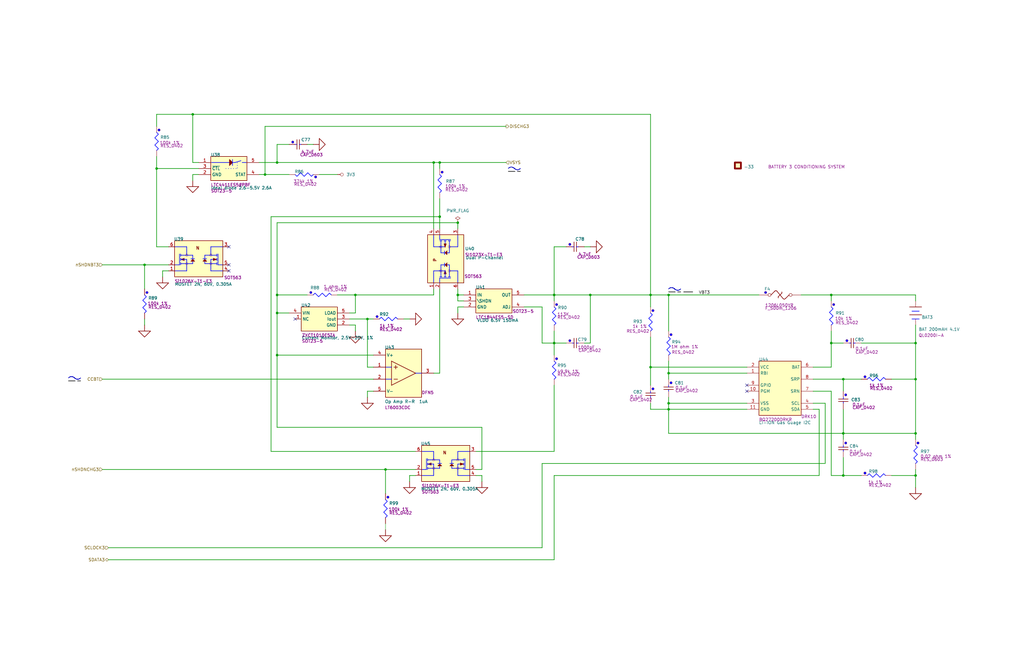
<source format=kicad_sch>
(kicad_sch (version 20231120) (generator "eeschema") (generator_version "8.0")
  (paper "B")
  (title_block (rev "-"))
  (junction (at 81.28 48.26))
  (junction (at 281.94 172.72))
  (junction (at 248.92 124.46))
  (junction (at 233.68 124.46))
  (junction (at 386.08 144.78))
  (junction (at 185.42 91.44))
  (junction (at 355.6 182.88))
  (junction (at 281.94 170.18))
  (junction (at 116.84 68.58))
  (junction (at 350.52 144.78))
  (junction (at 162.56 198.12))
  (junction (at 355.6 200.66))
  (junction (at 116.84 149.86))
  (junction (at 233.68 144.78))
  (junction (at 193.04 93.98))
  (junction (at 116.84 132.08))
  (junction (at 111.76 73.66))
  (junction (at 66.04 71.12))
  (junction (at 182.88 68.58))
  (junction (at 149.86 124.46))
  (junction (at 60.96 111.76))
  (junction (at 386.08 160.02))
  (junction (at 281.94 124.46))
  (junction (at 274.32 124.46))
  (junction (at 185.42 68.58))
  (junction (at 355.6 160.02))
  (junction (at 386.08 182.88))
  (junction (at 386.08 200.66))
  (junction (at 281.94 157.48))
  (junction (at 350.52 124.46))
  (junction (at 274.32 154.94))
  (junction (at 154.94 134.62))
  (junction (at 116.84 124.46))
  (junction (at 193.04 124.46))
  (no_connect (at 124.46 134.62))
  (no_connect (at 96.52 104.14))
  (no_connect (at 96.52 111.76))
  (no_connect (at 314.96 165.1))
  (no_connect (at 314.96 162.56))
  (no_connect (at 96.52 114.3))
  (wire (pts (xy 342.9 170.18) (xy 347.98 170.18)) (stroke (width 0.254)))
  (wire (pts (xy 345.44 172.72) (xy 345.44 200.66)) (stroke (width 0.254)))
  (wire (pts (xy 233.68 124.46) (xy 233.68 104.14)) (stroke (width 0.254)))
  (wire (pts (xy 274.32 129.54) (xy 274.32 124.46)) (stroke (width 0.254)))
  (polyline (pts (xy 32.512 160.02) (xy 32.6129 160.0325)) (stroke (width 0.254) (type solid)))
  (wire (pts (xy 203.2 200.66) (xy 200.66 200.66)) (stroke (width 0.254)))
  (polyline (pts (xy 216.1104 70.5877) (xy 216.1978 70.6192)) (stroke (width 0.254) (type solid)))
  (wire (pts (xy 350.52 154.94) (xy 350.52 144.78)) (stroke (width 0.254)))
  (polyline (pts (xy 215.7259 70.5058) (xy 215.8268 70.5183)) (stroke (width 0.254) (type solid)))
  (polyline (pts (xy 33.8556 159.5861) (xy 33.9747 159.4743)) (stroke (width 0.254) (type solid)))
  (polyline (pts (xy 282.059 121.8083) (xy 282.1778 121.7108)) (stroke (width 0.254) (type solid)))
  (polyline (pts (xy 216.6859 70.8854) (xy 216.7351 70.9215)) (stroke (width 0.254) (type solid)))
  (wire (pts (xy 142.24 73.66) (xy 134.62 73.66)) (stroke (width 0.254)))
  (wire (pts (xy 274.32 172.72) (xy 274.32 170.18)) (stroke (width 0.254)))
  (polyline (pts (xy 31.3465 159.3959) (xy 31.3776 159.4223)) (stroke (width 0.254) (type solid)))
  (wire (pts (xy 355.6 193.04) (xy 355.6 200.66)) (stroke (width 0.254)))
  (polyline (pts (xy 33.1545 159.983) (xy 33.2686 159.9459)) (stroke (width 0.254) (type solid)))
  (wire (pts (xy 233.68 144.78) (xy 238.76 144.78)) (stroke (width 0.254)))
  (wire (pts (xy 121.92 60.96) (xy 116.84 60.96)) (stroke (width 0.254)))
  (polyline (pts (xy 216.9078 71.0676) (xy 216.9187 71.0779)) (stroke (width 0.254) (type solid)))
  (polyline (pts (xy 217.373 71.3988) (xy 217.4478 71.4373)) (stroke (width 0.254) (type solid)))
  (polyline (pts (xy 285.2737 122.3963) (xy 285.3648 122.4241)) (stroke (width 0.254) (type solid)))
  (wire (pts (xy 342.9 165.1) (xy 350.52 165.1)) (stroke (width 0.254)))
  (polyline (pts (xy 217.4478 71.4373) (xy 217.5271 71.4742)) (stroke (width 0.254) (type solid)))
  (polyline (pts (xy 283.5951 121.416) (xy 283.6862 121.4438)) (stroke (width 0.254) (type solid)))
  (wire (pts (xy 355.6 160.02) (xy 355.6 165.1)) (stroke (width 0.254)))
  (wire (pts (xy 154.94 134.62) (xy 157.48 134.62)) (stroke (width 0.254)))
  (polyline (pts (xy 31.768 159.7301) (xy 31.8333 159.7698)) (stroke (width 0.254) (type solid)))
  (wire (pts (xy 111.76 73.66) (xy 109.22 73.66)) (stroke (width 0.254)))
  (wire (pts (xy 147.32 132.08) (xy 149.86 132.08)) (stroke (width 0.254)))
  (polyline (pts (xy 219.088 71.3573) (xy 219.2063 71.2732)) (stroke (width 0.254) (type solid)))
  (wire (pts (xy 281.94 157.48) (xy 281.94 160.02)) (stroke (width 0.254)))
  (polyline (pts (xy 215.6223 70.4999) (xy 215.7259 70.5058)) (stroke (width 0.254) (type solid)))
  (wire (pts (xy 347.98 170.18) (xy 347.98 195.58)) (stroke (width 0.254)))
  (polyline (pts (xy 33.6185 159.7677) (xy 33.7368 159.6836)) (stroke (width 0.254) (type solid)))
  (polyline (pts (xy 217.2375 71.3197) (xy 217.3028 71.3594)) (stroke (width 0.254) (type solid)))
  (polyline (pts (xy 285.6582 122.4782) (xy 285.7618 122.4841)) (stroke (width 0.254) (type solid)))
  (polyline (pts (xy 214.3642 72.3339) (xy 219.4442 72.3339)) (stroke (width 0.254) (type dash) (color 0 0 0 1)))
  (polyline (pts (xy 214.602 70.8547) (xy 214.7203 70.7706)) (stroke (width 0.254) (type solid)))
  (wire (pts (xy 149.86 124.46) (xy 142.24 124.46)) (stroke (width 0.254)))
  (wire (pts (xy 281.94 139.7) (xy 281.94 124.46)) (stroke (width 0.254)))
  (wire (pts (xy 193.04 124.46) (xy 193.04 127)) (stroke (width 0.254)))
  (wire (pts (xy 386.08 124.46) (xy 386.08 127)) (stroke (width 0.254)))
  (wire (pts (xy 185.42 68.58) (xy 213.36 68.58)) (stroke (width 0.254)))
  (polyline (pts (xy 216.8717 71.0336) (xy 216.8896 71.05)) (stroke (width 0.254) (type solid)))
  (wire (pts (xy 66.04 53.34) (xy 66.04 48.26)) (stroke (width 0.254)))
  (polyline (pts (xy 214.7203 70.7706) (xy 214.8379 70.6993)) (stroke (width 0.254) (type solid)))
  (wire (pts (xy 386.08 200.66) (xy 375.92 200.66)) (stroke (width 0.254)))
  (wire (pts (xy 185.42 68.58) (xy 182.88 68.58)) (stroke (width 0.254)))
  (polyline (pts (xy 284.537 121.9721) (xy 284.5681 121.9985)) (stroke (width 0.254) (type solid)))
  (polyline (pts (xy 216.4353 70.7291) (xy 216.5055 70.7685)) (stroke (width 0.254) (type solid)))
  (polyline (pts (xy 283.9363 121.5467) (xy 284.0111 121.5852)) (stroke (width 0.254) (type solid)))
  (polyline (pts (xy 215.4075 70.5104) (xy 215.516 70.5012)) (stroke (width 0.254) (type solid)))
  (wire (pts (xy 182.88 68.58) (xy 182.88 96.52)) (stroke (width 0.254)))
  (polyline (pts (xy 216.2812 70.6537) (xy 216.3605 70.6906)) (stroke (width 0.254) (type solid)))
  (polyline (pts (xy 32.8228 160.0371) (xy 32.9313 160.0279)) (stroke (width 0.254) (type solid)))
  (polyline (pts (xy 218.2923 71.6267) (xy 218.4008 71.6175)) (stroke (width 0.254) (type solid)))
  (wire (pts (xy 116.84 180.34) (xy 203.2 180.34)) (stroke (width 0.254)))
  (wire (pts (xy 386.08 198.12) (xy 386.08 200.66)) (stroke (width 0.254)))
  (wire (pts (xy 386.08 200.66) (xy 386.08 205.74)) (stroke (width 0.254)))
  (wire (pts (xy 375.92 160.02) (xy 386.08 160.02)) (stroke (width 0.254)))
  (wire (pts (xy 193.04 93.98) (xy 116.84 93.98)) (stroke (width 0.254)))
  (polyline (pts (xy 30.0465 158.9116) (xy 30.1528 158.9103)) (stroke (width 0.254) (type solid)))
  (polyline (pts (xy 215.2968 70.5282) (xy 215.4075 70.5104)) (stroke (width 0.254) (type solid)))
  (wire (pts (xy 281.94 170.18) (xy 281.94 172.72)) (stroke (width 0.254)))
  (polyline (pts (xy 31.2656 159.3319) (xy 31.3091 159.3655)) (stroke (width 0.254) (type solid)))
  (polyline (pts (xy 216.7351 70.9215) (xy 216.7786 70.9551)) (stroke (width 0.254) (type solid)))
  (polyline (pts (xy 30.2564 158.9162) (xy 30.3573 158.9287)) (stroke (width 0.254) (type solid)))
  (wire (pts (xy 193.04 132.08) (xy 193.04 129.54)) (stroke (width 0.254)))
  (wire (pts (xy 350.52 124.46) (xy 386.08 124.46)) (stroke (width 0.254)))
  (wire (pts (xy 248.92 104.14) (xy 246.38 104.14)) (stroke (width 0.254)))
  (wire (pts (xy 193.04 127) (xy 195.58 127)) (stroke (width 0.254)))
  (wire (pts (xy 154.94 154.94) (xy 154.94 134.62)) (stroke (width 0.254)))
  (wire (pts (xy 233.68 190.5) (xy 233.68 162.56)) (stroke (width 0.254)))
  (polyline (pts (xy 31.4492 159.4883) (xy 31.4671 159.5047)) (stroke (width 0.254) (type solid)))
  (polyline (pts (xy 31.4022 159.444) (xy 31.4201 159.4604)) (stroke (width 0.254) (type solid)))
  (wire (pts (xy 314.96 154.94) (xy 274.32 154.94)) (stroke (width 0.254)))
  (wire (pts (xy 114.3 190.5) (xy 175.26 190.5)) (stroke (width 0.254)))
  (polyline (pts (xy 281.94 123.19) (xy 287.02 123.19)) (stroke (width 0.254) (type dash) (color 0 0 0 1)))
  (polyline (pts (xy 216.5708 70.8082) (xy 216.631 70.8473)) (stroke (width 0.254) (type solid)))
  (wire (pts (xy 66.04 66.04) (xy 66.04 71.12)) (stroke (width 0.254)))
  (wire (pts (xy 185.42 91.44) (xy 114.3 91.44)) (stroke (width 0.254)))
  (wire (pts (xy 149.86 132.08) (xy 149.86 124.46)) (stroke (width 0.254)))
  (wire (pts (xy 83.82 68.58) (xy 81.28 68.58)) (stroke (width 0.254)))
  (polyline (pts (xy 31.9035 159.8092) (xy 31.9783 159.8477)) (stroke (width 0.254) (type solid)))
  (polyline (pts (xy 286.7821 122.1293) (xy 286.9009 122.0318)) (stroke (width 0.254) (type solid)))
  (polyline (pts (xy 216.8896 71.05) (xy 216.9005 71.0603)) (stroke (width 0.254) (type solid)))
  (polyline (pts (xy 286.4295 122.3439) (xy 286.5462 122.2847)) (stroke (width 0.254) (type solid)))
  (polyline (pts (xy 282.9833 121.3665) (xy 283.0918 121.3573)) (stroke (width 0.254) (type solid)))
  (polyline (pts (xy 283.7736 121.4753) (xy 283.857 121.5098)) (stroke (width 0.254) (type solid)))
  (polyline (pts (xy 218.9704 71.4286) (xy 219.088 71.3573)) (stroke (width 0.254) (type solid)))
  (polyline (pts (xy 30.3573 158.9287) (xy 30.4552 158.9469)) (stroke (width 0.254) (type solid)))
  (polyline (pts (xy 29.0137 159.3626) (xy 29.1325 159.2651)) (stroke (width 0.254) (type solid)))
  (polyline (pts (xy 284.4945 121.934) (xy 284.5124 121.9504)) (stroke (width 0.254) (type solid)))
  (polyline (pts (xy 30.891 159.101) (xy 30.9658 159.1395)) (stroke (width 0.254) (type solid)))
  (wire (pts (xy 314.96 172.72) (xy 281.94 172.72)) (stroke (width 0.254)))
  (polyline (pts (xy 29.3684 159.1097) (xy 29.4851 159.0505)) (stroke (width 0.254) (type solid)))
  (polyline (pts (xy 285.8681 122.4828) (xy 285.9766 122.4736)) (stroke (width 0.254) (type solid)))
  (polyline (pts (xy 30.1528 158.9103) (xy 30.2564 158.9162)) (stroke (width 0.254) (type solid)))
  (wire (pts (xy 182.88 124.46) (xy 182.88 121.92)) (stroke (width 0.254)))
  (polyline (pts (xy 215.1843 70.5553) (xy 215.2968 70.5282)) (stroke (width 0.254) (type solid)))
  (polyline (pts (xy 285.1863 122.3648) (xy 285.2737 122.3963)) (stroke (width 0.254) (type solid)))
  (polyline (pts (xy 284.3918 121.8416) (xy 284.4229 121.868)) (stroke (width 0.254) (type solid)))
  (polyline (pts (xy 282.2961 121.6267) (xy 282.4137 121.5554)) (stroke (width 0.254) (type solid)))
  (polyline (pts (xy 31.431 159.4707) (xy 31.4347 159.4743)) (stroke (width 0.254) (type solid)))
  (polyline (pts (xy 31.036 159.1789) (xy 31.1013 159.2186)) (stroke (width 0.254) (type solid)))
  (polyline (pts (xy 284.5124 121.9504) (xy 284.537 121.9721)) (stroke (width 0.254) (type solid)))
  (wire (pts (xy 281.94 152.4) (xy 281.94 157.48)) (stroke (width 0.254)))
  (wire (pts (xy 350.52 165.1) (xy 350.52 200.66)) (stroke (width 0.254)))
  (polyline (pts (xy 30.6409 158.9981) (xy 30.7283 159.0296)) (stroke (width 0.254) (type solid)))
  (wire (pts (xy 149.86 124.46) (xy 182.88 124.46)) (stroke (width 0.254)))
  (polyline (pts (xy 285.1029 122.3303) (xy 285.1863 122.3648)) (stroke (width 0.254) (type solid)))
  (wire (pts (xy 386.08 137.16) (xy 386.08 144.78)) (stroke (width 0.254)))
  (polyline (pts (xy 214.4832 70.9522) (xy 214.602 70.8547)) (stroke (width 0.254) (type solid)))
  (wire (pts (xy 149.86 137.16) (xy 149.86 139.7)) (stroke (width 0.254)))
  (wire (pts (xy 71.12 111.76) (xy 60.96 111.76)) (stroke (width 0.254)))
  (polyline (pts (xy 282.4137 121.5554) (xy 282.5304 121.4962)) (stroke (width 0.254) (type solid)))
  (polyline (pts (xy 32.7165 160.0384) (xy 32.8228 160.0371)) (stroke (width 0.254) (type solid)))
  (wire (pts (xy 355.6 172.72) (xy 355.6 182.88)) (stroke (width 0.254)))
  (wire (pts (xy 342.9 154.94) (xy 350.52 154.94)) (stroke (width 0.254)))
  (polyline (pts (xy 284.1466 121.6643) (xy 284.2068 121.7034)) (stroke (width 0.254) (type solid)))
  (wire (pts (xy 386.08 182.88) (xy 386.08 185.42)) (stroke (width 0.254)))
  (wire (pts (xy 162.56 223.52) (xy 162.56 220.98)))
  (wire (pts (xy 193.04 96.52) (xy 193.04 93.98)) (stroke (width 0.254)))
  (wire (pts (xy 116.84 132.08) (xy 116.84 149.86)) (stroke (width 0.254)))
  (polyline (pts (xy 30.5498 158.9703) (xy 30.6409 158.9981)) (stroke (width 0.254) (type solid)))
  (polyline (pts (xy 31.4383 159.478) (xy 31.4492 159.4883)) (stroke (width 0.254) (type solid)))
  (wire (pts (xy 116.84 149.86) (xy 157.48 149.86)) (stroke (width 0.254)))
  (polyline (pts (xy 31.4671 159.5047) (xy 31.4917 159.5264)) (stroke (width 0.254) (type solid)))
  (polyline (pts (xy 31.4917 159.5264) (xy 31.5228 159.5528)) (stroke (width 0.254) (type solid)))
  (polyline (pts (xy 217.3028 71.3594) (xy 217.373 71.3988)) (stroke (width 0.254) (type solid)))
  (polyline (pts (xy 216.9187 71.0779) (xy 216.9366 71.0943)) (stroke (width 0.254) (type solid)))
  (polyline (pts (xy 32.141 159.9191) (xy 32.2284 159.9506)) (stroke (width 0.254) (type solid)))
  (polyline (pts (xy 218.4008 71.6175) (xy 218.5115 71.5997)) (stroke (width 0.254) (type solid)))
  (wire (pts (xy 185.42 157.48) (xy 185.42 121.92)) (stroke (width 0.254)))
  (polyline (pts (xy 32.0576 159.8846) (xy 32.141 159.9191)) (stroke (width 0.254) (type solid)))
  (wire (pts (xy 386.08 144.78) (xy 386.08 160.02)) (stroke (width 0.254)))
  (polyline (pts (xy 285.3648 122.4241) (xy 285.4594 122.4475)) (stroke (width 0.254) (type solid)))
  (polyline (pts (xy 31.3776 159.4223) (xy 31.4022 159.444)) (stroke (width 0.254) (type solid)))
  (polyline (pts (xy 284.649 122.0625) (xy 284.6982 122.0986)) (stroke (width 0.254) (type solid)))
  (wire (pts (xy 342.9 160.02) (xy 355.6 160.02)) (stroke (width 0.254)))
  (polyline (pts (xy 32.4141 160.0018) (xy 32.512 160.02)) (stroke (width 0.254) (type solid)))
  (polyline (pts (xy 284.4475 121.8897) (xy 284.4654 121.9061)) (stroke (width 0.254) (type solid)))
  (wire (pts (xy 111.76 53.34) (xy 213.36 53.34)) (stroke (width 0.254)))
  (wire (pts (xy 363.22 144.78) (xy 386.08 144.78)) (stroke (width 0.254)))
  (wire (pts (xy 246.38 144.78) (xy 248.92 144.78)) (stroke (width 0.254)))
  (wire (pts (xy 355.6 182.88) (xy 355.6 185.42)) (stroke (width 0.254)))
  (polyline (pts (xy 219.2063 71.2732) (xy 219.3251 71.1757)) (stroke (width 0.254) (type solid)))
  (polyline (pts (xy 286.0873 122.4558) (xy 286.1998 122.4287)) (stroke (width 0.254) (type solid)))
  (polyline (pts (xy 286.9009 122.0318) (xy 287.02 121.92)) (stroke (width 0.254) (type solid)))
  (wire (pts (xy 233.68 200.66) (xy 233.68 236.22)) (stroke (width 0.254)))
  (polyline (pts (xy 282.5304 121.4962) (xy 282.646 121.4485)) (stroke (width 0.254) (type solid)))
  (polyline (pts (xy 216.7786 70.9551) (xy 216.816 70.9855)) (stroke (width 0.254) (type solid)))
  (polyline (pts (xy 216.9366 71.0943) (xy 216.9612 71.116)) (stroke (width 0.254) (type solid)))
  (polyline (pts (xy 30.8117 159.0641) (xy 30.891 159.101)) (stroke (width 0.254) (type solid)))
  (polyline (pts (xy 218.624 71.5726) (xy 218.7381 71.5355)) (stroke (width 0.254) (type solid)))
  (polyline (pts (xy 31.8333 159.7698) (xy 31.9035 159.8092)) (stroke (width 0.254) (type solid)))
  (polyline (pts (xy 31.5228 159.5528) (xy 31.5602 159.5832)) (stroke (width 0.254) (type solid)))
  (wire (pts (xy 172.72 203.2) (xy 172.72 200.66)) (stroke (width 0.254)))
  (wire (pts (xy 342.9 172.72) (xy 345.44 172.72)) (stroke (width 0.254)))
  (polyline (pts (xy 31.4201 159.4604) (xy 31.431 159.4707)) (stroke (width 0.254) (type solid)))
  (wire (pts (xy 81.28 76.2) (xy 81.28 73.66)) (stroke (width 0.254)))
  (wire (pts (xy 172.72 200.66) (xy 175.26 200.66)) (stroke (width 0.254)))
  (wire (pts (xy 185.42 68.58) (xy 185.42 71.12)) (stroke (width 0.254)))
  (polyline (pts (xy 29.4851 159.0505) (xy 29.6007 159.0028)) (stroke (width 0.254) (type solid)))
  (polyline (pts (xy 214.9546 70.6401) (xy 215.0702 70.5924)) (stroke (width 0.254) (type solid)))
  (polyline (pts (xy 284.8133 122.1758) (xy 284.8786 122.2155)) (stroke (width 0.254) (type solid)))
  (polyline (pts (xy 216.816 70.9855) (xy 216.8471 71.0119)) (stroke (width 0.254) (type solid)))
  (polyline (pts (xy 33.042 160.0101) (xy 33.1545 159.983)) (stroke (width 0.254) (type solid)))
  (polyline (pts (xy 218.5115 71.5997) (xy 218.624 71.5726)) (stroke (width 0.254) (type solid)))
  (polyline (pts (xy 31.6037 159.6168) (xy 31.6529 159.6529)) (stroke (width 0.254) (type solid)))
  (polyline (pts (xy 283.4026 121.3744) (xy 283.5005 121.3926)) (stroke (width 0.254) (type solid)))
  (wire (pts (xy 274.32 142.24) (xy 274.32 154.94)) (stroke (width 0.254)))
  (wire (pts (xy 281.94 157.48) (xy 314.96 157.48)) (stroke (width 0.254)))
  (polyline (pts (xy 283.1981 121.356) (xy 283.3017 121.3619)) (stroke (width 0.254) (type solid)))
  (wire (pts (xy 355.6 200.66) (xy 363.22 200.66)) (stroke (width 0.254)))
  (wire (pts (xy 281.94 172.72) (xy 281.94 182.88)) (stroke (width 0.254)))
  (wire (pts (xy 203.2 180.34) (xy 203.2 198.12)) (stroke (width 0.254)))
  (wire (pts (xy 182.88 68.58) (xy 116.84 68.58)) (stroke (width 0.254)))
  (wire (pts (xy 281.94 124.46) (xy 320.04 124.46)) (stroke (width 0.254)))
  (wire (pts (xy 162.56 198.12) (xy 162.56 208.28)) (stroke (width 0.254)))
  (wire (pts (xy 83.82 71.12) (xy 66.04 71.12)) (stroke (width 0.254)))
  (wire (pts (xy 386.08 160.02) (xy 386.08 182.88)) (stroke (width 0.254)))
  (polyline (pts (xy 32.3195 159.9784) (xy 32.4141 160.0018)) (stroke (width 0.254) (type solid)))
  (polyline (pts (xy 284.6982 122.0986) (xy 284.7531 122.1367)) (stroke (width 0.254) (type solid)))
  (polyline (pts (xy 29.8273 158.9386) (xy 29.938 158.9208)) (stroke (width 0.254) (type solid)))
  (wire (pts (xy 162.56 198.12) (xy 175.26 198.12)) (stroke (width 0.254)))
  (wire (pts (xy 60.96 121.92) (xy 60.96 111.76)) (stroke (width 0.254)))
  (wire (pts (xy 66.04 71.12) (xy 66.04 104.14)) (stroke (width 0.254)))
  (wire (pts (xy 111.76 73.66) (xy 111.76 53.34)) (stroke (width 0.254)))
  (wire (pts (xy 182.88 157.48) (xy 185.42 157.48)) (stroke (width 0.254)))
  (wire (pts (xy 228.6 231.14) (xy 45.72 231.14)) (stroke (width 0.254)))
  (polyline (pts (xy 285.5573 122.4657) (xy 285.6582 122.4782)) (stroke (width 0.254) (type solid)))
  (polyline (pts (xy 284.6055 122.0289) (xy 284.649 122.0625)) (stroke (width 0.254) (type solid)))
  (polyline (pts (xy 282.1778 121.7108) (xy 282.2961 121.6267)) (stroke (width 0.254) (type solid)))
  (wire (pts (xy 274.32 124.46) (xy 281.94 124.46)) (stroke (width 0.254)))
  (polyline (pts (xy 283.857 121.5098) (xy 283.9363 121.5467)) (stroke (width 0.254) (type solid)))
  (polyline (pts (xy 219.3251 71.1757) (xy 219.4442 71.0639)) (stroke (width 0.254) (type solid)))
  (wire (pts (xy 220.98 129.54) (xy 228.6 129.54)) (stroke (width 0.254)))
  (polyline (pts (xy 284.2068 121.7034) (xy 284.2617 121.7415)) (stroke (width 0.254) (type solid)))
  (polyline (pts (xy 31.4347 159.4743) (xy 31.4383 159.478)) (stroke (width 0.254) (type solid)))
  (wire (pts (xy 81.28 68.58) (xy 81.28 48.26)) (stroke (width 0.254)))
  (polyline (pts (xy 217.5271 71.4742) (xy 217.6105 71.5087)) (stroke (width 0.254) (type solid)))
  (polyline (pts (xy 284.4836 121.9237) (xy 284.4945 121.934)) (stroke (width 0.254) (type solid)))
  (polyline (pts (xy 284.48 121.92) (xy 284.4836 121.9237)) (stroke (width 0.254) (type solid)))
  (wire (pts (xy 157.48 165.1) (xy 154.94 165.1)) (stroke (width 0.254)))
  (wire (pts (xy 274.32 154.94) (xy 274.32 162.56)) (stroke (width 0.254)))
  (polyline (pts (xy 284.4763 121.9164) (xy 284.48 121.92)) (stroke (width 0.254) (type solid)))
  (polyline (pts (xy 214.3642 71.0639) (xy 214.4832 70.9522)) (stroke (width 0.254) (type solid)))
  (polyline (pts (xy 216.9005 71.0603) (xy 216.9042 71.0639)) (stroke (width 0.254) (type solid)))
  (polyline (pts (xy 217.9815 71.6096) (xy 218.0824 71.6221)) (stroke (width 0.254) (type solid)))
  (polyline (pts (xy 284.5681 121.9985) (xy 284.6055 122.0289)) (stroke (width 0.254) (type solid)))
  (wire (pts (xy 116.84 149.86) (xy 116.84 180.34)) (stroke (width 0.254)))
  (wire (pts (xy 355.6 144.78) (xy 350.52 144.78)) (stroke (width 0.254)))
  (polyline (pts (xy 284.3544 121.8112) (xy 284.3918 121.8416)) (stroke (width 0.254) (type solid)))
  (wire (pts (xy 147.32 137.16) (xy 149.86 137.16)) (stroke (width 0.254)))
  (polyline (pts (xy 217.789 71.568) (xy 217.8836 71.5914)) (stroke (width 0.254) (type solid)))
  (wire (pts (xy 193.04 124.46) (xy 195.58 124.46)) (stroke (width 0.254)))
  (polyline (pts (xy 214.8379 70.6993) (xy 214.9546 70.6401)) (stroke (width 0.254) (type solid)))
  (polyline (pts (xy 32.2284 159.9506) (xy 32.3195 159.9784)) (stroke (width 0.254) (type solid)))
  (polyline (pts (xy 286.1998 122.4287) (xy 286.3139 122.3916)) (stroke (width 0.254) (type solid)))
  (polyline (pts (xy 217.1224 71.2425) (xy 217.1773 71.2806)) (stroke (width 0.254) (type solid)))
  (polyline (pts (xy 29.6007 159.0028) (xy 29.7148 158.9657)) (stroke (width 0.254) (type solid)))
  (polyline (pts (xy 28.8947 160.7443) (xy 33.9747 160.7443)) (stroke (width 0.254) (type dash) (color 0 0 0 1)))
  (wire (pts (xy 172.72 134.62) (xy 170.18 134.62)) (stroke (width 0.254)))
  (wire (pts (xy 281.94 182.88) (xy 355.6 182.88)) (stroke (width 0.254)))
  (wire (pts (xy 274.32 124.46) (xy 248.92 124.46)) (stroke (width 0.254)))
  (wire (pts (xy 116.84 60.96) (xy 116.84 68.58)) (stroke (width 0.254)))
  (polyline (pts (xy 286.5462 122.2847) (xy 286.6638 122.2134)) (stroke (width 0.254) (type solid)))
  (polyline (pts (xy 31.7078 159.691) (xy 31.768 159.7301)) (stroke (width 0.254) (type solid)))
  (polyline (pts (xy 216.0193 70.5599) (xy 216.1104 70.5877)) (stroke (width 0.254) (type solid)))
  (wire (pts (xy 274.32 48.26) (xy 274.32 124.46)) (stroke (width 0.254)))
  (wire (pts (xy 281.94 170.18) (xy 314.96 170.18)) (stroke (width 0.254)))
  (polyline (pts (xy 31.2164 159.2958) (xy 31.2656 159.3319)) (stroke (width 0.254) (type solid)))
  (polyline (pts (xy 31.3091 159.3655) (xy 31.3465 159.3959)) (stroke (width 0.254) (type solid)))
  (wire (pts (xy 228.6 129.54) (xy 228.6 144.78)) (stroke (width 0.254)))
  (polyline (pts (xy 282.7601 121.4114) (xy 282.8726 121.3843)) (stroke (width 0.254) (type solid)))
  (polyline (pts (xy 217.0297 71.1728) (xy 217.0732 71.2064)) (stroke (width 0.254) (type solid)))
  (wire (pts (xy 114.3 91.44) (xy 114.3 190.5)) (stroke (width 0.254)))
  (polyline (pts (xy 32.6129 160.0325) (xy 32.7165 160.0384)) (stroke (width 0.254) (type solid)))
  (wire (pts (xy 116.84 68.58) (xy 109.22 68.58)) (stroke (width 0.254)))
  (polyline (pts (xy 215.8268 70.5183) (xy 215.9247 70.5365)) (stroke (width 0.254) (type solid)))
  (polyline (pts (xy 33.7368 159.6836) (xy 33.8556 159.5861)) (stroke (width 0.254) (type solid)))
  (wire (pts (xy 233.68 139.7) (xy 233.68 144.78)) (stroke (width 0.254)))
  (polyline (pts (xy 286.6638 122.2134) (xy 286.7821 122.1293)) (stroke (width 0.254) (type solid)))
  (polyline (pts (xy 286.3139 122.3916) (xy 286.4295 122.3439)) (stroke (width 0.254) (type solid)))
  (wire (pts (xy 355.6 182.88) (xy 386.08 182.88)) (stroke (width 0.254)))
  (polyline (pts (xy 218.7381 71.5355) (xy 218.8537 71.4878)) (stroke (width 0.254) (type solid)))
  (polyline (pts (xy 30.7283 159.0296) (xy 30.8117 159.0641)) (stroke (width 0.254) (type solid)))
  (wire (pts (xy 185.42 83.82) (xy 185.42 91.44)) (stroke (width 0.254)))
  (polyline (pts (xy 285.9766 122.4736) (xy 286.0873 122.4558)) (stroke (width 0.254) (type solid)))
  (polyline (pts (xy 31.5602 159.5832) (xy 31.6037 159.6168)) (stroke (width 0.254) (type solid)))
  (polyline (pts (xy 30.4552 158.9469) (xy 30.5498 158.9703)) (stroke (width 0.254) (type solid)))
  (wire (pts (xy 233.68 104.14) (xy 238.76 104.14)) (stroke (width 0.254)))
  (polyline (pts (xy 283.5005 121.3926) (xy 283.5951 121.416)) (stroke (width 0.254) (type solid)))
  (wire (pts (xy 43.18 111.76) (xy 60.96 111.76)) (stroke (width 0.254)))
  (polyline (pts (xy 217.6979 71.5402) (xy 217.789 71.568)) (stroke (width 0.254) (type solid)))
  (polyline (pts (xy 283.0918 121.3573) (xy 283.1981 121.356)) (stroke (width 0.254) (type solid)))
  (polyline (pts (xy 284.0813 121.6246) (xy 284.1466 121.6643)) (stroke (width 0.254) (type solid)))
  (wire (pts (xy 68.58 114.3) (xy 71.12 114.3)) (stroke (width 0.254)))
  (polyline (pts (xy 33.2686 159.9459) (xy 33.3842 159.8982)) (stroke (width 0.254) (type solid)))
  (wire (pts (xy 281.94 172.72) (xy 274.32 172.72)) (stroke (width 0.254)))
  (polyline (pts (xy 28.8947 159.4743) (xy 29.0137 159.3626)) (stroke (width 0.254) (type solid)))
  (polyline (pts (xy 282.8726 121.3843) (xy 282.9833 121.3665)) (stroke (width 0.254) (type solid)))
  (polyline (pts (xy 216.5055 70.7685) (xy 216.5708 70.8082)) (stroke (width 0.254) (type solid)))
  (wire (pts (xy 248.92 124.46) (xy 233.68 124.46)) (stroke (width 0.254)))
  (polyline (pts (xy 29.938 158.9208) (xy 30.0465 158.9116)) (stroke (width 0.254) (type solid)))
  (polyline (pts (xy 33.3842 159.8982) (xy 33.5009 159.839)) (stroke (width 0.254) (type solid)))
  (wire (pts (xy 66.04 48.26) (xy 81.28 48.26)) (stroke (width 0.254)))
  (wire (pts (xy 132.08 60.96) (xy 129.54 60.96)) (stroke (width 0.254)))
  (polyline (pts (xy 217.6105 71.5087) (xy 217.6979 71.5402)) (stroke (width 0.254) (type solid)))
  (polyline (pts (xy 215.0702 70.5924) (xy 215.1843 70.5553)) (stroke (width 0.254) (type solid)))
  (polyline (pts (xy 216.9042 71.0639) (xy 216.9078 71.0676)) (stroke (width 0.254) (type solid)))
  (wire (pts (xy 116.84 124.46) (xy 129.54 124.46)) (stroke (width 0.254)))
  (polyline (pts (xy 282.646 121.4485) (xy 282.7601 121.4114)) (stroke (width 0.254) (type solid)))
  (polyline (pts (xy 284.9488 122.2549) (xy 285.0236 122.2934)) (stroke (width 0.254) (type solid)))
  (polyline (pts (xy 218.8537 71.4878) (xy 218.9704 71.4286)) (stroke (width 0.254) (type solid)))
  (polyline (pts (xy 283.6862 121.4438) (xy 283.7736 121.4753)) (stroke (width 0.254) (type solid)))
  (polyline (pts (xy 216.9923 71.1424) (xy 217.0297 71.1728)) (stroke (width 0.254) (type solid)))
  (polyline (pts (xy 32.9313 160.0279) (xy 33.042 160.0101)) (stroke (width 0.254) (type solid)))
  (wire (pts (xy 66.04 104.14) (xy 71.12 104.14)) (stroke (width 0.254)))
  (polyline (pts (xy 218.0824 71.6221) (xy 218.186 71.628)) (stroke (width 0.254) (type solid)))
  (wire (pts (xy 116.84 124.46) (xy 116.84 132.08)) (stroke (width 0.254)))
  (wire (pts (xy 43.18 198.12) (xy 162.56 198.12)) (stroke (width 0.254)))
  (wire (pts (xy 154.94 165.1) (xy 154.94 167.64)) (stroke (width 0.254)))
  (wire (pts (xy 337.82 124.46) (xy 350.52 124.46)) (stroke (width 0.254)))
  (wire (pts (xy 60.96 137.16) (xy 60.96 134.62)) (stroke (width 0.254)))
  (polyline (pts (xy 218.186 71.628) (xy 218.2923 71.6267)) (stroke (width 0.254) (type solid)))
  (polyline (pts (xy 29.2508 159.181) (xy 29.3684 159.1097)) (stroke (width 0.254) (type solid)))
  (polyline (pts (xy 217.8836 71.5914) (xy 217.9815 71.6096)) (stroke (width 0.254) (type solid)))
  (wire (pts (xy 116.84 132.08) (xy 121.92 132.08)) (stroke (width 0.254)))
  (wire (pts (xy 68.58 116.84) (xy 68.58 114.3)) (stroke (width 0.254)))
  (polyline (pts (xy 216.8471 71.0119) (xy 216.8717 71.0336)) (stroke (width 0.254) (type solid)))
  (wire (pts (xy 233.68 236.22) (xy 45.72 236.22)) (stroke (width 0.254)))
  (wire (pts (xy 233.68 144.78) (xy 233.68 149.86)) (stroke (width 0.254)))
  (polyline (pts (xy 216.9612 71.116) (xy 216.9923 71.1424)) (stroke (width 0.254) (type solid)))
  (wire (pts (xy 350.52 200.66) (xy 355.6 200.66)) (stroke (width 0.254)))
  (polyline (pts (xy 217.1773 71.2806) (xy 217.2375 71.3197)) (stroke (width 0.254) (type solid)))
  (wire (pts (xy 347.98 195.58) (xy 228.6 195.58)) (stroke (width 0.254)))
  (polyline (pts (xy 283.3017 121.3619) (xy 283.4026 121.3744)) (stroke (width 0.254) (type solid)))
  (wire (pts (xy 193.04 121.92) (xy 193.04 124.46)) (stroke (width 0.254)))
  (polyline (pts (xy 285.7618 122.4841) (xy 285.8681 122.4828)) (stroke (width 0.254) (type solid)))
  (polyline (pts (xy 29.1325 159.2651) (xy 29.2508 159.181)) (stroke (width 0.254) (type solid)))
  (polyline (pts (xy 33.5009 159.839) (xy 33.6185 159.7677)) (stroke (width 0.254) (type solid)))
  (polyline (pts (xy 31.1013 159.2186) (xy 31.1615 159.2577)) (stroke (width 0.254) (type solid)))
  (polyline (pts (xy 31.6529 159.6529) (xy 31.7078 159.691)) (stroke (width 0.254) (type solid)))
  (polyline (pts (xy 284.8786 122.2155) (xy 284.9488 122.2549)) (stroke (width 0.254) (type solid)))
  (wire (pts (xy 281.94 167.64) (xy 281.94 170.18)) (stroke (width 0.254)))
  (polyline (pts (xy 284.4654 121.9061) (xy 284.4763 121.9164)) (stroke (width 0.254) (type solid)))
  (wire (pts (xy 81.28 73.66) (xy 83.82 73.66)) (stroke (width 0.254)))
  (polyline (pts (xy 216.3605 70.6906) (xy 216.4353 70.7291)) (stroke (width 0.254) (type solid)))
  (wire (pts (xy 233.68 124.46) (xy 220.98 124.46)) (stroke (width 0.254)))
  (polyline (pts (xy 284.0111 121.5852) (xy 284.0813 121.6246)) (stroke (width 0.254) (type solid)))
  (polyline (pts (xy 284.7531 122.1367) (xy 284.8133 122.1758)) (stroke (width 0.254) (type solid)))
  (polyline (pts (xy 284.3109 121.7776) (xy 284.3544 121.8112)) (stroke (width 0.254) (type solid)))
  (wire (pts (xy 43.18 160.02) (xy 157.48 160.02)) (stroke (width 0.254)))
  (polyline (pts (xy 217.0732 71.2064) (xy 217.1224 71.2425)) (stroke (width 0.254) (type solid)))
  (wire (pts (xy 350.52 144.78) (xy 350.52 139.7)) (stroke (width 0.254)))
  (wire (pts (xy 355.6 160.02) (xy 363.22 160.02)) (stroke (width 0.254)))
  (polyline (pts (xy 29.7148 158.9657) (xy 29.8273 158.9386)) (stroke (width 0.254) (type solid)))
  (polyline (pts (xy 215.516 70.5012) (xy 215.6223 70.4999)) (stroke (width 0.254) (type solid)))
  (polyline (pts (xy 216.631 70.8473) (xy 216.6859 70.8854)) (stroke (width 0.254) (type solid)))
  (polyline (pts (xy 215.9247 70.5365) (xy 216.0193 70.5599)) (stroke (width 0.254) (type solid)))
  (polyline (pts (xy 216.1978 70.6192) (xy 216.2812 70.6537)) (stroke (width 0.254) (type solid)))
  (wire (pts (xy 203.2 203.2) (xy 203.2 200.66)) (stroke (width 0.254)))
  (wire (pts (xy 228.6 195.58) (xy 228.6 231.14)) (stroke (width 0.254)))
  (wire (pts (xy 233.68 127) (xy 233.68 124.46)) (stroke (width 0.254)))
  (polyline (pts (xy 284.4229 121.868) (xy 284.4475 121.8897)) (stroke (width 0.254) (type solid)))
  (wire (pts (xy 200.66 190.5) (xy 233.68 190.5)) (stroke (width 0.254)))
  (wire (pts (xy 203.2 198.12) (xy 200.66 198.12)) (stroke (width 0.254)))
  (polyline (pts (xy 284.2617 121.7415) (xy 284.3109 121.7776)) (stroke (width 0.254) (type solid)))
  (wire (pts (xy 81.28 48.26) (xy 274.32 48.26)) (stroke (width 0.254)))
  (polyline (pts (xy 30.9658 159.1395) (xy 31.036 159.1789)) (stroke (width 0.254) (type solid)))
  (wire (pts (xy 248.92 144.78) (xy 248.92 124.46)) (stroke (width 0.254)))
  (wire (pts (xy 345.44 200.66) (xy 233.68 200.66)) (stroke (width 0.254)))
  (wire (pts (xy 228.6 144.78) (xy 233.68 144.78)) (stroke (width 0.254)))
  (wire (pts (xy 116.84 93.98) (xy 116.84 124.46)) (stroke (width 0.254)))
  (polyline (pts (xy 285.0236 122.2934) (xy 285.1029 122.3303)) (stroke (width 0.254) (type solid)))
  (polyline (pts (xy 31.1615 159.2577) (xy 31.2164 159.2958)) (stroke (width 0.254) (type solid)))
  (wire (pts (xy 350.52 127) (xy 350.52 124.46)) (stroke (width 0.254)))
  (polyline (pts (xy 281.94 121.92) (xy 282.059 121.8083)) (stroke (width 0.254) (type solid)))
  (wire (pts (xy 121.92 73.66) (xy 111.76 73.66)) (stroke (width 0.254)))
  (polyline (pts (xy 31.9783 159.8477) (xy 32.0576 159.8846)) (stroke (width 0.254) (type solid)))
  (wire (pts (xy 154.94 134.62) (xy 147.32 134.62)) (stroke (width 0.254)))
  (wire (pts (xy 185.42 91.44) (xy 185.42 96.52)) (stroke (width 0.254)))
  (wire (pts (xy 157.48 154.94) (xy 154.94 154.94)) (stroke (width 0.254)))
  (wire (pts (xy 193.04 129.54) (xy 195.58 129.54)) (stroke (width 0.254)))
  (polyline (pts (xy 288.29 123.19) (xy 292.1 123.19)) (stroke (width 0.254) (type solid) (color 0 0 0 1)))
  (polyline (pts (xy 285.4594 122.4475) (xy 285.5573 122.4657)) (stroke (width 0.254) (type solid)))
  (label "VBT3" (at 294.64 124.46 0))
  (hierarchical_label "DISCHG3" (shape output) (at 213.36 53.34 0))
  (hierarchical_label "nSHDNBT3" (shape input) (at 43.18 111.76 180))
  (hierarchical_label "nSHDNCHG3" (shape input) (at 43.18 198.12 180))
  (hierarchical_label "VSYS" (shape input) (at 213.36 68.58 0))
  (hierarchical_label "SDATA3" (shape bidirectional) (at 45.72 236.22 180))
  (hierarchical_label "SCLOCK3" (shape input) (at 45.72 231.14 180))
  (hierarchical_label "CCBT" (shape input) (at 43.18 160.02 180))
  (symbol (lib_id "NNPS:root_0_GRM155R71C104KA88D") (at 355.6 144.78 0) (unit 1)
    (property "Reference" "C80" (at 360.426 144.018 0) (effects (justify left bottom)))
    (property "Value" "C_100n_X7R_16_0402_10%" (effects (hide yes)))
    (property "Footprint" "NNPS:CAP_0402" (effects (hide yes)))
    (property "MFR" "Murata" (effects (hide yes)))
    (property "PACKAGEDESCRIPTION" "CAP_0402" (at 360.68 149.352 0) (effects (justify left bottom)))
    (property "SUPPLIER 1" "Digi-Key" (effects (hide yes)))
    (property "SUPPLIER PART NUMBER 1" "490-3261-2-ND" (effects (hide yes)))
    (property "ALTIUM_VALUE" "0.1uF" (at 360.68 147.828 0) (effects (justify left bottom)))
    (property "MPN" "GRM155R71C104KA88D" (effects (hide yes)))
    (property "SBI" "53-0040-1" (effects (hide yes)))
  )
  (symbol (lib_id "NNPS:root_3_GRM155R71C104KA88D") (at 355.6 165.1 0) (unit 1)
    (property "Reference" "C83" (at 358.902 169.418 0) (effects (justify left bottom)))
    (property "Value" "C_100n_X7R_16_0402_10%" (effects (hide yes)))
    (property "Footprint" "NNPS:CAP_0402" (effects (hide yes)))
    (property "MFR" "Murata" (effects (hide yes)))
    (property "PACKAGEDESCRIPTION" "CAP_0402" (at 359.41 172.72 0) (effects (justify left bottom)))
    (property "SUPPLIER 1" "Digi-Key" (effects (hide yes)))
    (property "SUPPLIER PART NUMBER 1" "490-3261-2-ND" (effects (hide yes)))
    (property "ALTIUM_VALUE" "0.1uF" (at 359.41 171.45 0) (effects (justify left bottom)))
    (property "MPN" "GRM155R71C104KA88D" (effects (hide yes)))
    (property "SBI" "53-0040-1" (effects (hide yes)))
  )
  (symbol (lib_id "NNPS:root_3_GRM155R71C104KA88D") (at 355.6 185.42 0) (unit 1)
    (property "Reference" "C84" (at 358.14 188.976 0) (effects (justify left bottom)))
    (property "Value" "C_100n_X7R_16_0402_10%" (effects (hide yes)))
    (property "Footprint" "NNPS:CAP_0402" (effects (hide yes)))
    (property "MFR" "Murata" (effects (hide yes)))
    (property "PACKAGEDESCRIPTION" "CAP_0402" (at 358.14 192.532 0) (effects (justify left bottom)))
    (property "SUPPLIER 1" "Digi-Key" (effects (hide yes)))
    (property "SUPPLIER PART NUMBER 1" "490-3261-2-ND" (effects (hide yes)))
    (property "ALTIUM_VALUE" "0.1uF" (at 358.14 191.262 0) (effects (justify left bottom)))
    (property "MPN" "GRM155R71C104KA88D" (effects (hide yes)))
    (property "SBI" "53-0040-1" (effects (hide yes)))
  )
  (symbol (lib_id "NNPS:GND") (at 172.72 134.62 90) (unit 1)
    (property "Reference" "#PWR?" (effects (hide yes)))
    (property "Value" "GND" (effects (hide yes)))
  )
  (symbol (lib_id "NNPS:root_2_CRCW0402374KFKED") (at 134.62 73.66 0) (unit 1)
    (property "Reference" "R86" (at 124.206 73.152 0) (effects (justify left bottom)))
    (property "Value" "R_374k_0402" (effects (hide yes)))
    (property "Footprint" "NNPS:RES_0402" (effects (hide yes)))
    (property "MFR" "Vishay Dale" (effects (hide yes)))
    (property "PACKAGEDESCRIPTION" "RES_0402" (at 123.952 78.486 0) (effects (justify left bottom)))
    (property "SUPPLIER 1" "Digi-Key" (effects (hide yes)))
    (property "SUPPLIER PART NUMBER 1" "541-374KLDKR-ND" (effects (hide yes)))
    (property "MPN" "CRCW0402374KFKED" (effects (hide yes)))
    (property "ALTIUM_VALUE" "374k 1%" (at 123.698 77.216 0) (effects (justify left bottom)))
    (property "SBI" "53-0049-25" (effects (hide yes)))
  )
  (symbol (lib_id "NNPS:PWR_FLAG") (at 193.04 93.98 0) (unit 1)
    (property "Reference" "#FLG014" (effects (hide yes)))
    (property "Value" "PWR_FLAG" (at 193.04 88.9 0))
  )
  (symbol (lib_id "NNPS:GND") (at 154.94 167.64 0) (unit 1)
    (property "Reference" "#PWR?" (effects (hide yes)))
    (property "Value" "GND" (effects (hide yes)))
  )
  (symbol (lib_id "NNPS:root_0_LMK107BJ475KA-T") (at 121.92 60.96 0) (unit 1)
    (property "Reference" "C77" (at 127 59.69 0) (effects (justify left bottom)))
    (property "Value" "C_4u7_X5R_10_0603_10%" (effects (hide yes)))
    (property "Footprint" "NNPS:CAP_0603" (effects (hide yes)))
    (property "MFR" "Murata Electronics North America" (effects (hide yes)))
    (property "PACKAGEDESCRIPTION" "CAP_0603" (at 126.492 66.04 0) (effects (justify left bottom)))
    (property "SUPPLIER 1" "Digi-Key" (effects (hide yes)))
    (property "SUPPLIER PART NUMBER 1" "490-11988-6-ND" (effects (hide yes)))
    (property "ALTIUM_VALUE" "4.7uF" (at 127 64.77 0) (effects (justify left bottom)))
    (property "MPN" "GRM185R61A475KE11D" (effects (hide yes)))
    (property "SBI" "53-0076" (effects (hide yes)))
  )
  (symbol (lib_id "NNPS:GND") (at 60.96 137.16 0) (unit 1)
    (property "Reference" "#PWR?" (effects (hide yes)))
    (property "Value" "GND" (effects (hide yes)))
  )
  (symbol (lib_id "NNPS:GND") (at 132.08 60.96 90) (unit 1)
    (property "Reference" "#PWR?" (effects (hide yes)))
    (property "Value" "GND" (effects (hide yes)))
  )
  (symbol (lib_id "NNPS:GND") (at 81.28 76.2 0) (unit 1)
    (property "Reference" "#PWR?" (effects (hide yes)))
    (property "Value" "GND" (effects (hide yes)))
  )
  (symbol (lib_id "NNPS:GND") (at 248.92 104.14 90) (unit 1)
    (property "Reference" "#PWR?" (effects (hide yes)))
    (property "Value" "GND" (effects (hide yes)))
  )
  (symbol (lib_id "NNPS:GND") (at 203.2 203.2 0) (unit 1)
    (property "Reference" "#PWR?" (effects (hide yes)))
    (property "Value" "GND" (effects (hide yes)))
  )
  (symbol (lib_id "NNPS:root_3_QL0200I-A") (at 388.62 129.54 0) (unit 1)
    (property "Reference" "BAT3" (at 388.62 134.62 0) (effects (justify left bottom)))
    (property "Value" "BAT 200mAH 4.1V" (at 387.35 139.7 0) (effects (justify left bottom)))
    (property "Footprint" "NNPS:QL0200I-A" (effects (hide yes)))
    (property "MFR" "Quallion" (effects (hide yes)))
    (property "ALTIUM_VALUE" "200mAH 4.1V" (effects (hide yes)))
    (property "SUPPLIER 1" "Quallion" (effects (hide yes)))
    (property "SUPPLIER PART NUMBER 1" "QL0200I-A" (effects (hide yes)))
    (property "MPN" "QL0200I-A" (at 387.35 142.24 0) (effects (justify left bottom)))
  )
  (symbol (lib_id "NNPS:GND") (at 68.58 116.84 0) (unit 1)
    (property "Reference" "#PWR?" (effects (hide yes)))
    (property "Value" "GND" (effects (hide yes)))
  )
  (symbol (lib_id "NNPS:root_0_LT6003CDC") (at 162.56 147.32 0) (unit 1)
    (property "Reference" "U43" (at 162.306 147.32 0) (effects (justify left bottom)))
    (property "Value" "Op Amp R-R  1uA" (at 162.306 170.18 0) (effects (justify left bottom)))
    (property "Footprint" "NNPS:DFN4" (effects (hide yes)))
    (property "PACKAGEDESCRIPTION" "DFN5" (at 177.8 166.37 0) (effects (justify left bottom)))
    (property "MFR" "Linear Technology" (effects (hide yes)))
    (property "SUPPLIER 1" "Digi-Key" (effects (hide yes)))
    (property "SUPPLIER PART NUMBER 1" "LT6003CDC#TRMPBFDKR-ND" (effects (hide yes)))
    (property "MPN" "LT6003CDC" (at 162.306 172.72 0) (effects (justify left bottom)))
    (property "SBI" "54-0105" (effects (hide yes)))
  )
  (symbol (lib_id "NNPS:GND") (at 149.86 139.7 0) (unit 1)
    (property "Reference" "#PWR?" (effects (hide yes)))
    (property "Value" "GND" (effects (hide yes)))
  )
  (symbol (lib_id "NNPS:root_0_BQ27200DRKR") (at 320.04 152.4 0) (unit 1)
    (property "Reference" "U44" (at 320.04 152.4 0) (effects (justify left bottom)))
    (property "Value" "LI-ION Gas Guage I2C" (at 320.04 179.07 0) (effects (justify left bottom)))
    (property "Footprint" "NNPS:QFN10" (effects (hide yes)))
    (property "MFR" "Texas Instruments" (effects (hide yes)))
    (property "SUPPLIER 1" "Digi-Key" (effects (hide yes)))
    (property "SUPPLIER PART NUMBER 1" "296-17521-6-ND" (effects (hide yes)))
    (property "PACKAGEDESCRIPTION" "DRK10" (at 337.82 176.53 0) (effects (justify left bottom)))
    (property "MPN" "BQ27200DRKR" (at 320.04 177.8 0) (effects (justify left bottom)))
    (property "SBI" "54-0106" (effects (hide yes)))
  )
  (symbol (lib_id "NNPS:root_0_MCR01MZPF1001") (at 363.22 160.02 0) (unit 1)
    (property "Reference" "R96" (at 366.522 159.258 0) (effects (justify left bottom)))
    (property "Value" "R_1k_0402" (effects (hide yes)))
    (property "Footprint" "NNPS:RES_0402" (effects (hide yes)))
    (property "MFR" "Vishay Dale" (effects (hide yes)))
    (property "PACKAGEDESCRIPTION" "RES_0402" (at 366.776 164.592 0) (effects (justify left bottom)))
    (property "SUPPLIER 1" "Digi-Key" (effects (hide yes)))
    (property "SUPPLIER PART NUMBER 1" "541-1.00KLDKR-ND" (effects (hide yes)))
    (property "ALTIUM_VALUE" "1k 1%" (at 366.522 163.322 0) (effects (justify left bottom)))
    (property "MPN" "CRCW04021K00FKED" (effects (hide yes)))
    (property "SBI" "53-0049-4" (effects (hide yes)))
  )
  (symbol (lib_id "NNPS:3V3") (at 142.24 73.66 90) (unit 1)
    (property "Reference" "#PWR?" (effects (hide yes)))
    (property "Value" "3V3" (at 146.05 73.66 90) (effects (justify right)))
  )
  (symbol (lib_id "NNPS:root_3_MCR01MZPF4992") (at 233.68 149.86 0) (unit 1)
    (property "Reference" "R95" (at 234.95 154.94 0) (effects (justify left bottom)))
    (property "Value" "R_49k9_0402" (effects (hide yes)))
    (property "Footprint" "NNPS:RES_0402" (effects (hide yes)))
    (property "MFR" "Vishay Dale" (effects (hide yes)))
    (property "PACKAGEDESCRIPTION" "RES_0402" (at 234.95 158.75 0) (effects (justify left bottom)))
    (property "SUPPLIER 1" "Digi-Key" (effects (hide yes)))
    (property "SUPPLIER PART NUMBER 1" "541-49.9KLDKR-ND" (effects (hide yes)))
    (property "MPN" "CRCW040249K9FKED" (effects (hide yes)))
    (property "ALTIUM_VALUE" "49.9k 1%" (at 234.95 157.48 0) (effects (justify left bottom)))
    (property "SBI" "53-009-2" (effects (hide yes)))
  )
  (symbol (lib_id "NNPS:root_3_ERJ-2RKF1133X") (at 233.68 127 0) (unit 1)
    (property "Reference" "R90" (at 235.204 130.556 0) (effects (justify left bottom)))
    (property "Value" "R_113k_0402" (effects (hide yes)))
    (property "Footprint" "NNPS:RES_0402" (effects (hide yes)))
    (property "MFR" "Vishay Dale" (effects (hide yes)))
    (property "PACKAGEDESCRIPTION" "RES_0402" (at 234.95 134.62 0) (effects (justify left bottom)))
    (property "SUPPLIER 1" "Digi-Key" (effects (hide yes)))
    (property "SUPPLIER PART NUMBER 1" "541-113KLDKR-ND" (effects (hide yes)))
    (property "MPN" "CRCW0402113KFKED" (effects (hide yes)))
    (property "ALTIUM_VALUE" "113K" (at 234.95 133.35 0) (effects (justify left bottom)))
    (property "SBI" "53-0049-33" (effects (hide yes)))
  )
  (symbol (lib_id "NNPS:root_3_MCR01MZPF1003") (at 60.96 121.92 0) (unit 1)
    (property "Reference" "R89" (at 62.484 126.492 0) (effects (justify left bottom)))
    (property "Value" "R_100k_0402" (effects (hide yes)))
    (property "Footprint" "NNPS:RES_0402" (effects (hide yes)))
    (property "MFR" "Vishay Dale" (effects (hide yes)))
    (property "PACKAGEDESCRIPTION" "RES_0402" (at 62.484 130.302 0) (effects (justify left bottom)))
    (property "SUPPLIER 1" "Digi-Key" (effects (hide yes)))
    (property "SUPPLIER PART NUMBER 1" "541-100KLDKR-ND" (effects (hide yes)))
    (property "MPN" "CRCW0402100KFKED" (effects (hide yes)))
    (property "ALTIUM_VALUE" "100k 1%" (at 62.23 128.778 0) (effects (justify left bottom)))
    (property "SBI" "53-0049-7" (effects (hide yes)))
  )
  (symbol (lib_id "NNPS:root_0_ZXCT1010E5TA") (at 127 129.54 0) (unit 1)
    (property "Reference" "U42" (at 127 129.54 0) (effects (justify left bottom)))
    (property "Value" "Current Monitor, 2.5V-20V, 1%" (at 127.254 143.256 0) (effects (justify left bottom)))
    (property "Footprint" "NNPS:SOT23-5" (effects (hide yes)))
    (property "COMPONENTLINK1URL" "Q~{:}0~{0}0~{4}00-04-3500 Zetex ZXCT1010.pdf" (effects (hide yes)))
    (property "COMPONENTNNPS_PN" "00-04-3500" (effects (hide yes)))
    (property "MFR" "Diodes Incorporated" (effects (hide yes)))
    (property "PACKAGEDESCRIPTION" "SOT23-5" (at 127.254 143.256 0) (effects (justify left top)))
    (property "SUPPLIER 1" "Digi-Key" (effects (hide yes)))
    (property "SUPPLIER PART NUMBER 1" "ZXCT1010DKR-ND" (effects (hide yes)))
    (property "ALTIUM_VALUE" "ZXCT1010" (effects (hide yes)))
    (property "MPN" "ZXCT1010E5TA" (at 127.254 142.24 0) (effects (justify left bottom)))
    (property "SBI" "54-0052" (effects (hide yes)))
  )
  (symbol (lib_id "NNPS:root_3_WSL0603R0200FEA") (at 386.08 185.42 0) (unit 1)
    (property "Reference" "R97" (at 388.112 191.262 0) (effects (justify left bottom)))
    (property "Value" "R_20m_0603" (effects (hide yes)))
    (property "Footprint" "NNPS:RES_0603" (effects (hide yes)))
    (property "MFR" "Vishay Dale" (effects (hide yes)))
    (property "PACKAGEDESCRIPTION" "RES_0603" (at 388.112 194.564 0) (effects (justify left bottom)))
    (property "SUPPLIER 1" "Digi-Key" (effects (hide yes)))
    (property "SUPPLIER PART NUMBER 1" "WSLJ-.02DKR-ND" (effects (hide yes)))
    (property "ALTIUM_VALUE" "0.02 ohm 1%" (at 388.112 193.294 0) (effects (justify left bottom)))
    (property "MPN" "WSL0603R0200FEA" (effects (hide yes)))
    (property "SBI" "53-0087" (effects (hide yes)))
  )
  (symbol (lib_id "NNPS:root_3_MCR01MZPF1004") (at 281.94 139.7 0) (unit 1)
    (property "Reference" "R94" (at 283.21 145.034 0) (effects (justify left bottom)))
    (property "Value" "1M ohm 1%" (effects (hide yes)))
    (property "Footprint" "NNPS:RES_0402" (effects (hide yes)))
    (property "MFR" "Vishay Dale" (effects (hide yes)))
    (property "PACKAGEDESCRIPTION" "RES_0402" (at 283.21 149.352 0) (effects (justify left bottom)))
    (property "SUPPLIER 1" "Digi-Key" (effects (hide yes)))
    (property "SUPPLIER PART NUMBER 1" "541-1.00MLDKR-ND" (effects (hide yes)))
    (property "ALTIUM_VALUE" "1M ohm 1%" (at 282.956 147.066 0) (effects (justify left bottom)))
    (property "MPN" "CRCW04021M00FKED" (effects (hide yes)))
    (property "SBI" "53-0095" (effects (hide yes)))
  )
  (symbol (lib_id "NNPS:root_3_MCR01MZPF1003") (at 66.04 53.34 0) (unit 1)
    (property "Reference" "R85" (at 67.564 58.674 0) (effects (justify left bottom)))
    (property "Value" "R_100k_0402" (effects (hide yes)))
    (property "Footprint" "NNPS:RES_0402" (effects (hide yes)))
    (property "MFR" "Vishay Dale" (effects (hide yes)))
    (property "PACKAGEDESCRIPTION" "RES_0402" (at 67.564 62.23 0) (effects (justify left bottom)))
    (property "SUPPLIER 1" "Digi-Key" (effects (hide yes)))
    (property "SUPPLIER PART NUMBER 1" "541-100KLDKR-ND" (effects (hide yes)))
    (property "MPN" "CRCW0402100KFKED" (effects (hide yes)))
    (property "ALTIUM_VALUE" "100k 1%" (at 67.31 60.96 0) (effects (justify left bottom)))
    (property "SBI" "53-0049-7" (effects (hide yes)))
  )
  (symbol (lib_id "NNPS:GND") (at 162.56 223.52 0) (unit 1)
    (property "Reference" "#PWR0173" (effects (hide yes)))
    (property "Value" "GND" (effects (hide yes)))
  )
  (symbol (lib_id "NNPS:root_3_GRM155R71C104KA88D") (at 274.32 162.56 0) (unit 1)
    (property "Reference" "C82" (at 266.954 166.116 0) (effects (justify left bottom)))
    (property "Value" "C_100n_X7R_16_0402_10%" (effects (hide yes)))
    (property "Footprint" "NNPS:CAP_0402" (effects (hide yes)))
    (property "MFR" "Murata" (effects (hide yes)))
    (property "PACKAGEDESCRIPTION" "CAP_0402" (at 265.43 169.418 0) (effects (justify left bottom)))
    (property "SUPPLIER 1" "Digi-Key" (effects (hide yes)))
    (property "SUPPLIER PART NUMBER 1" "490-3261-2-ND" (effects (hide yes)))
    (property "ALTIUM_VALUE" "0.1uF" (at 265.684 168.148 0) (effects (justify left bottom)))
    (property "MPN" "GRM155R71C104KA88D" (effects (hide yes)))
    (property "SBI" "53-0040-1" (effects (hide yes)))
  )
  (symbol (lib_id "NNPS:root_0_BOM_S1") (at 309.88 68.58 0) (unit 1) (exclude_from_sim yes) (in_bom no) (on_board no)
    (property "Reference" "-33" (at 313.69 71.12 0) (effects (justify left bottom)))
    (property "Value" "BOM_S1" (effects (hide yes)))
    (property "XDESCRIPTION" "BATTERY 3 CONDITIONING SYSTEM" (at 323.85 71.12 0) (effects (justify left bottom)))
  )
  (symbol (lib_id "NNPS:GND") (at 172.72 203.2 0) (unit 1)
    (property "Reference" "#PWR?" (effects (hide yes)))
    (property "Value" "GND" (effects (hide yes)))
  )
  (symbol (lib_id "NNPS:GND") (at 386.08 205.74 0) (unit 1)
    (property "Reference" "#PWR?" (effects (hide yes)))
    (property "Value" "GND" (effects (hide yes)))
  )
  (symbol (lib_id "NNPS:root_0_LMK107BJ475KA-T") (at 238.76 104.14 0) (unit 1)
    (property "Reference" "C78" (at 242.57 101.6 0) (effects (justify left bottom)))
    (property "Value" "C_4u7_X5R_10_0603_10%" (effects (hide yes)))
    (property "Footprint" "NNPS:CAP_0603" (effects (hide yes)))
    (property "MFR" "Murata Electronics North America" (effects (hide yes)))
    (property "PACKAGEDESCRIPTION" "CAP_0603" (at 243.332 109.22 0) (effects (justify left bottom)))
    (property "SUPPLIER 1" "Digi-Key" (effects (hide yes)))
    (property "SUPPLIER PART NUMBER 1" "490-11988-6-ND" (effects (hide yes)))
    (property "ALTIUM_VALUE" "4.7uF" (at 243.84 107.95 0) (effects (justify left bottom)))
    (property "MPN" "GRM185R61A475KE11D" (effects (hide yes)))
    (property "SBI" "53-0076" (effects (hide yes)))
  )
  (symbol (lib_id "NNPS:root_3_GRM155R71C104KA88D") (at 281.94 160.02 0) (unit 1)
    (property "Reference" "C81" (at 284.48 162.306 0) (effects (justify left bottom)))
    (property "Value" "C_100n_X7R_16_0402_10%" (effects (hide yes)))
    (property "Footprint" "NNPS:CAP_0402" (effects (hide yes)))
    (property "MFR" "Murata" (effects (hide yes)))
    (property "PACKAGEDESCRIPTION" "CAP_0402" (at 284.734 165.608 0) (effects (justify left bottom)))
    (property "SUPPLIER 1" "Digi-Key" (effects (hide yes)))
    (property "SUPPLIER PART NUMBER 1" "490-3261-2-ND" (effects (hide yes)))
    (property "ALTIUM_VALUE" "0.1uF" (at 284.734 164.338 0) (effects (justify left bottom)))
    (property "MPN" "GRM155R71C104KA88D" (effects (hide yes)))
    (property "SBI" "53-0040-1" (effects (hide yes)))
  )
  (symbol (lib_id "NNPS:root_3_MCR01MZPF1003") (at 185.42 71.12 0) (unit 1)
    (property "Reference" "R87" (at 187.96 77.216 0) (effects (justify left bottom)))
    (property "Value" "R_100k_0402" (effects (hide yes)))
    (property "Footprint" "NNPS:RES_0402" (effects (hide yes)))
    (property "MFR" "Vishay Dale" (effects (hide yes)))
    (property "PACKAGEDESCRIPTION" "RES_0402" (at 187.706 80.772 0) (effects (justify left bottom)))
    (property "SUPPLIER 1" "Digi-Key" (effects (hide yes)))
    (property "SUPPLIER PART NUMBER 1" "541-100KLDKR-ND" (effects (hide yes)))
    (property "MPN" "CRCW0402100KFKED" (effects (hide yes)))
    (property "ALTIUM_VALUE" "100k 1%" (at 187.706 79.248 0) (effects (justify left bottom)))
    (property "SBI" "53-0049-7" (effects (hide yes)))
  )
  (symbol (lib_id "NNPS:root_0_MCR01MZPF1001") (at 157.48 134.62 0) (unit 1)
    (property "Reference" "R92" (at 160.02 133.35 0) (effects (justify left bottom)))
    (property "Value" "R_1k_0402" (effects (hide yes)))
    (property "Footprint" "NNPS:RES_0402" (effects (hide yes)))
    (property "MFR" "Vishay Dale" (effects (hide yes)))
    (property "PACKAGEDESCRIPTION" "RES_0402" (at 160.02 139.7 0) (effects (justify left bottom)))
    (property "SUPPLIER 1" "Digi-Key" (effects (hide yes)))
    (property "SUPPLIER PART NUMBER 1" "541-1.00KLDKR-ND" (effects (hide yes)))
    (property "ALTIUM_VALUE" "1k 1%" (at 160.02 138.176 0) (effects (justify left bottom)))
    (property "MPN" "CRCW04021K00FKED" (effects (hide yes)))
    (property "SBI" "53-0049-4" (effects (hide yes)))
  )
  (symbol (lib_id "NNPS:root_3_MCR01MZPF1002") (at 350.52 127 0) (unit 1)
    (property "Reference" "R91" (at 352.298 132.842 0) (effects (justify left bottom)))
    (property "Value" "R_10k_0402" (effects (hide yes)))
    (property "Footprint" "NNPS:RES_0402" (effects (hide yes)))
    (property "MFR" "Vishay Dale" (effects (hide yes)))
    (property "PACKAGEDESCRIPTION" "RES_0402" (at 352.298 136.906 0) (effects (justify left bottom)))
    (property "SUPPLIER 1" "Digi-Key" (effects (hide yes)))
    (property "SUPPLIER PART NUMBER 1" "541-10.0KLDKR-ND" (effects (hide yes)))
    (property "ALTIUM_VALUE" "10k 1%" (at 352.044 135.128 0) (effects (justify left bottom)))
    (property "MPN" "CRCW040210K0FKED" (effects (hide yes)))
  )
  (symbol (lib_id "NNPS:root_0_mirrored_LTC4411ES5") (at 88.9 66.04 0) (unit 1)
    (property "Reference" "U38" (at 88.9 66.04 0) (effects (justify left bottom)))
    (property "Value" "Ideal diode 2.6-5.5V 2.6A" (at 88.9 80.01 0) (effects (justify left bottom)))
    (property "Footprint" "NNPS:SOT23-5" (effects (hide yes)))
    (property "MFR" "Linear Technology" (effects (hide yes)))
    (property "SUPPLIER 1" "Digi-Key" (effects (hide yes)))
    (property "SUPPLIER PART NUMBER 1" "LTC4411ES5#TRMPBFDKR-ND" (effects (hide yes)))
    (property "PACKAGEDESCRIPTION" "SOT23-5" (at 88.9 81.28 0) (effects (justify left bottom)))
    (property "MPN" "LTC4411ES5#PBF" (at 88.9 78.74 0) (effects (justify left bottom)))
    (property "SBI" "54-0101" (effects (hide yes)))
  )
  (symbol (lib_id "NNPS:GND") (at 193.04 132.08 0) (unit 1)
    (property "Reference" "#PWR?" (effects (hide yes)))
    (property "Value" "GND" (effects (hide yes)))
  )
  (symbol (lib_id "NNPS:root_0_Si1026X-T1-E3") (at 177.8 187.96 0) (unit 1)
    (property "Reference" "U45" (at 177.546 187.96 0) (effects (justify left bottom)))
    (property "Value" "MOSFET 2N, 60V, 0.305A" (at 177.546 207.01 0) (effects (justify left bottom)))
    (property "Footprint" "NNPS:SOT-563" (effects (hide yes)))
    (property "MFR" "Vishay Siliconix" (effects (hide yes)))
    (property "PACKAGEDESCRIPTION" "SOT563" (at 177.8 208.28 0) (effects (justify left bottom)))
    (property "SUPPLIER 1" "Digi-Key" (effects (hide yes)))
    (property "SUPPLIER PART NUMBER 1" "SI1026X-T1-E3CT-ND" (effects (hide yes)))
    (property "ALTIUM_VALUE" "500mA" (effects (hide yes)))
    (property "MPN" "Si1026X-T1-E3" (at 177.8 205.74 0) (effects (justify left bottom)))
    (property "SBI" "54-0102" (effects (hide yes)))
  )
  (symbol (lib_id "NNPS:root_3_MCR01MZPF1001") (at 274.32 129.54 0) (unit 1)
    (property "Reference" "R93" (at 266.954 136.398 0) (effects (justify left bottom)))
    (property "Value" "R_1k_0402" (effects (hide yes)))
    (property "Footprint" "NNPS:RES_0402" (effects (hide yes)))
    (property "MFR" "Vishay Dale" (effects (hide yes)))
    (property "PACKAGEDESCRIPTION" "RES_0402" (at 264.16 140.462 0) (effects (justify left bottom)))
    (property "SUPPLIER 1" "Digi-Key" (effects (hide yes)))
    (property "SUPPLIER PART NUMBER 1" "541-1.00KLDKR-ND" (effects (hide yes)))
    (property "ALTIUM_VALUE" "1k 1%" (at 266.7 138.43 0) (effects (justify left bottom)))
    (property "MPN" "CRCW04021K00FKED" (effects (hide yes)))
    (property "SBI" "53-0049-4" (effects (hide yes)))
  )
  (symbol (lib_id "NNPS:root_0_Si1026X-T1-E3") (at 73.66 101.6 0) (unit 1)
    (property "Reference" "U39" (at 73.406 101.6 0) (effects (justify left bottom)))
    (property "Value" "MOSFET 2N, 60V, 0.305A" (at 73.66 120.65 0) (effects (justify left bottom)))
    (property "Footprint" "NNPS:SOT-563" (effects (hide yes)))
    (property "MFR" "Vishay Siliconix" (effects (hide yes)))
    (property "PACKAGEDESCRIPTION" "SOT563" (at 94.488 117.856 0) (effects (justify left bottom)))
    (property "SUPPLIER 1" "Digi-Key" (effects (hide yes)))
    (property "SUPPLIER PART NUMBER 1" "SI1026X-T1-E3CT-ND" (effects (hide yes)))
    (property "ALTIUM_VALUE" "500mA" (effects (hide yes)))
    (property "MPN" "Si1026X-T1-E3" (at 73.66 119.38 0) (effects (justify left bottom)))
    (property "SBI" "54-0102" (effects (hide yes)))
  )
  (symbol (lib_id "NNPS:root_3_MCR01MZPF1003") (at 162.56 208.28 0) (unit 1)
    (property "Reference" "R99" (at 164.084 213.106 0) (effects (justify left bottom)))
    (property "Value" "R_100k_0402" (effects (hide yes)))
    (property "Footprint" "NNPS:RES_0402" (effects (hide yes)))
    (property "MFR" "Vishay Dale" (effects (hide yes)))
    (property "PACKAGEDESCRIPTION" "RES_0402" (at 164.084 217.17 0) (effects (justify left bottom)))
    (property "SUPPLIER 1" "Digi-Key" (effects (hide yes)))
    (property "SUPPLIER PART NUMBER 1" "541-100KLDKR-ND" (effects (hide yes)))
    (property "MPN" "CRCW0402100KFKED" (effects (hide yes)))
    (property "ALTIUM_VALUE" "100k 1%" (at 163.83 215.646 0) (effects (justify left bottom)))
    (property "SBI" "53-0049-7" (effects (hide yes)))
  )
  (symbol (lib_id "NNPS:root_0_GRM1555C1H102JA01D") (at 238.76 144.78 0) (unit 1)
    (property "Reference" "C79" (at 243.586 144.018 0) (effects (justify left bottom)))
    (property "Value" "C_1n_C0G_50_0402_5%" (effects (hide yes)))
    (property "Footprint" "NNPS:CAP_0402" (effects (hide yes)))
    (property "MFR" "Murata" (effects (hide yes)))
    (property "PACKAGEDESCRIPTION" "CAP_0402" (at 243.84 148.59 0) (effects (justify left bottom)))
    (property "SUPPLIER 1" "Digi-Key" (effects (hide yes)))
    (property "SUPPLIER PART NUMBER 1" "490-3244-1-ND" (effects (hide yes)))
    (property "ALTIUM_VALUE" "1000pF" (at 243.586 147.32 0) (effects (justify left bottom)))
    (property "MPN" "GRM1555C1H102JA01D" (effects (hide yes)))
    (property "SBI" "53-0041-2" (effects (hide yes)))
  )
  (symbol (lib_id "NNPS:root_1_SI1023X-T1-E3") (at 180.34 119.38 0) (unit 1)
    (property "Reference" "U40" (at 196.088 105.664 0) (effects (justify left bottom)))
    (property "Value" "Dual P-Channel" (at 196.342 109.474 0) (effects (justify left bottom)))
    (property "Footprint" "NNPS:SOT-563" (effects (hide yes)))
    (property "MFR" "Vishay Siliconix" (effects (hide yes)))
    (property "PACKAGEDESCRIPTION" "SOT563" (at 195.834 117.348 0) (effects (justify left bottom)))
    (property "SUPPLIER 1" "Digi-Key" (effects (hide yes)))
    (property "SUPPLIER PART NUMBER 1" "SI1023X-T1-GE3CT-ND" (effects (hide yes)))
    (property "ALTIUM_VALUE" "-350mA" (effects (hide yes)))
    (property "MPN" "SI1023X-T1-E3" (at 196.088 108.204 0) (effects (justify left bottom)))
    (property "SBI" "54-0103" (effects (hide yes)))
  )
  (symbol (lib_id "NNPS:root_0_LTC1844ES5-SD") (at 200.66 121.92 0) (unit 1)
    (property "Reference" "U41" (at 200.66 121.92 0) (effects (justify left bottom)))
    (property "Value" "VLDO 6.5V 150mA" (at 201.168 135.89 0) (effects (justify left bottom)))
    (property "Footprint" "NNPS:SOT23-5" (effects (hide yes)))
    (property "MFR" "Linear Technology" (effects (hide yes)))
    (property "SUPPLIER 1" "Digi-Key" (effects (hide yes)))
    (property "SUPPLIER PART NUMBER 1" "LTC1844ES5-SD#TRMPBFDKR-ND" (effects (hide yes)))
    (property "PACKAGEDESCRIPTION" "SOT23-5" (at 216.154 132.08 0) (effects (justify left bottom)))
    (property "ALTIUM_VALUE" "150mA" (effects (hide yes)))
    (property "MPN" "LTC1844ES5-SD" (at 200.66 134.62 0) (effects (justify left bottom)))
    (property "SBI" "54-0104" (effects (hide yes)))
  )
  (symbol (lib_id "NNPS:root_0_1206L050YR") (at 320.04 124.46 0) (unit 1)
    (property "Reference" "F4" (at 322.326 122.682 0) (effects (justify left bottom)))
    (property "Value" "F_500m_1206" (effects (hide yes)))
    (property "Footprint" "NNPS:FUSE_1206" (effects (hide yes)))
    (property "MFR" "Littelfuse" (effects (hide yes)))
    (property "PACKAGEDESCRIPTION" "F_500m_1206" (at 322.58 130.81 0) (effects (justify left bottom)))
    (property "SUPPLIER 1" "Digi-Key" (effects (hide yes)))
    (property "SUPPLIER PART NUMBER 1" "F2112CT-ND" (effects (hide yes)))
    (property "ALTIUM_VALUE" "500mA" (effects (hide yes)))
    (property "MPN" "1206L050YR" (at 322.58 129.54 0) (effects (justify left bottom)))
    (property "SBI" "54-0113" (effects (hide yes)))
  )
  (symbol (lib_id "NNPS:root_0_MCR01MZPF1001") (at 363.22 200.66 0) (unit 1)
    (property "Reference" "R98" (at 366.268 199.644 0) (effects (justify left bottom)))
    (property "Value" "R_1k_0402" (effects (hide yes)))
    (property "Footprint" "NNPS:RES_0402" (effects (hide yes)))
    (property "MFR" "Vishay Dale" (effects (hide yes)))
    (property "PACKAGEDESCRIPTION" "RES_0402" (at 366.268 205.486 0) (effects (justify left bottom)))
    (property "SUPPLIER 1" "Digi-Key" (effects (hide yes)))
    (property "SUPPLIER PART NUMBER 1" "541-1.00KLDKR-ND" (effects (hide yes)))
    (property "ALTIUM_VALUE" "1k 1%" (at 366.014 204.216 0) (effects (justify left bottom)))
    (property "MPN" "CRCW04021K00FKED" (effects (hide yes)))
    (property "SBI" "53-0049-4" (effects (hide yes)))
  )
  (symbol (lib_id "NNPS:root_0_CRCW04021R00FNED") (at 129.54 124.46 0) (unit 1)
    (property "Reference" "R88" (at 130.81 122.174 0) (effects (justify left bottom)))
    (property "Value" "R_1_0402" (effects (hide yes)))
    (property "Footprint" "NNPS:RES_0402" (effects (hide yes)))
    (property "MFR" "Vishay Dale" (effects (hide yes)))
    (property "PACKAGEDESCRIPTION" "RES_0402" (at 136.652 122.936 0) (effects (justify left bottom)))
    (property "SUPPLIER 1" "Digi-Key" (effects (hide yes)))
    (property "SUPPLIER PART NUMBER 1" "541-1.00LLCT-ND" (effects (hide yes)))
    (property "MPN" "CRCW04021R00FNED" (effects (hide yes)))
    (property "ALTIUM_VALUE" "1 ohm 1%" (at 136.398 121.666 0) (effects (justify left bottom)))
    (property "SBI" "53-0049-32" (effects (hide yes)))
  )
)
</source>
